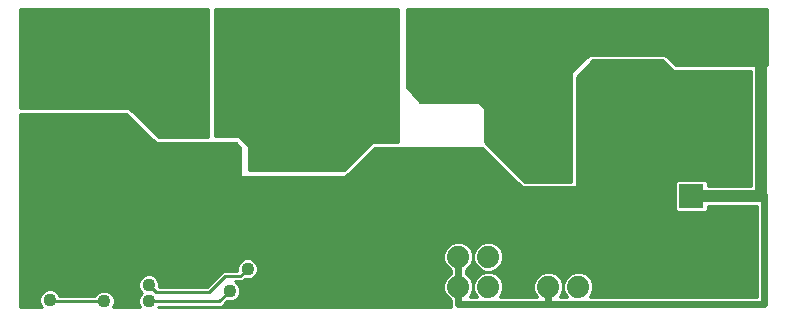
<source format=gbl>
G75*
G70*
%OFA0B0*%
%FSLAX24Y24*%
%IPPOS*%
%LPD*%
%AMOC8*
5,1,8,0,0,1.08239X$1,22.5*
%
%ADD10R,0.0827X0.0827*%
%ADD11C,0.0594*%
%ADD12C,0.0740*%
%ADD13C,0.0100*%
%ADD14C,0.0436*%
%ADD15C,0.0400*%
%ADD16C,0.0240*%
D10*
X005967Y011065D03*
X005967Y013065D03*
X025769Y013606D03*
X025769Y011606D03*
X025769Y008783D03*
X025769Y006783D03*
D11*
X021060Y007931D03*
X021060Y009899D03*
X022543Y012304D03*
X021151Y013696D03*
D12*
X018995Y006751D03*
X017995Y006751D03*
X017995Y005751D03*
X018995Y005751D03*
X019995Y005751D03*
X020995Y005751D03*
X021995Y005751D03*
X016995Y005751D03*
X016995Y006751D03*
D13*
X003395Y005079D02*
X003395Y011523D01*
X006936Y011523D01*
X007920Y010539D01*
X010578Y010539D01*
X010725Y010391D01*
X010725Y009407D01*
X014219Y009407D01*
X015204Y010391D01*
X018796Y010391D01*
X020125Y009063D01*
X021946Y009063D01*
X021946Y012754D01*
X022487Y013295D01*
X024800Y013295D01*
X025145Y012950D01*
X027767Y012950D01*
X027767Y009113D01*
X026312Y009113D01*
X026312Y009250D01*
X026236Y009327D01*
X025301Y009327D01*
X025225Y009250D01*
X025225Y008316D01*
X025301Y008240D01*
X026236Y008240D01*
X026312Y008316D01*
X026312Y008453D01*
X027946Y008453D01*
X027946Y005425D01*
X022376Y005425D01*
X022419Y005468D01*
X022495Y005652D01*
X022495Y005851D01*
X022419Y006035D01*
X022278Y006175D01*
X022094Y006251D01*
X021896Y006251D01*
X021712Y006175D01*
X021571Y006035D01*
X021495Y005851D01*
X021419Y006035D01*
X021278Y006175D01*
X021094Y006251D01*
X020896Y006251D01*
X020712Y006175D01*
X020571Y006035D01*
X020495Y005851D01*
X020495Y005652D01*
X020571Y005468D01*
X020615Y005425D01*
X019376Y005425D01*
X019419Y005468D01*
X019495Y005652D01*
X019495Y005851D01*
X019419Y006035D01*
X019278Y006175D01*
X019094Y006251D01*
X018896Y006251D01*
X018712Y006175D01*
X018571Y006035D01*
X018495Y005851D01*
X018419Y006035D01*
X018278Y006175D01*
X018245Y006189D01*
X018245Y006314D01*
X018278Y006328D01*
X018419Y006468D01*
X018495Y006652D01*
X018495Y006851D01*
X018419Y007035D01*
X018278Y007175D01*
X018094Y007251D01*
X017896Y007251D01*
X017712Y007175D01*
X017571Y007035D01*
X017495Y006851D01*
X017495Y006652D01*
X017571Y006468D01*
X017712Y006328D01*
X017745Y006314D01*
X017745Y006189D01*
X017712Y006175D01*
X017571Y006035D01*
X017495Y005851D01*
X017495Y005652D01*
X017571Y005468D01*
X017712Y005328D01*
X017745Y005314D01*
X017745Y005125D01*
X017764Y005079D01*
X007970Y005079D01*
X007976Y005093D01*
X010111Y005093D01*
X010216Y005199D01*
X010294Y005277D01*
X010312Y005270D01*
X010450Y005270D01*
X010578Y005323D01*
X017723Y005323D01*
X017745Y005224D02*
X010242Y005224D01*
X010143Y005126D02*
X017745Y005126D01*
X017618Y005421D02*
X010676Y005421D01*
X010729Y005549D01*
X010729Y005687D01*
X010676Y005815D01*
X010578Y005913D01*
X010537Y005930D01*
X010800Y005930D01*
X010885Y006015D01*
X010902Y006008D01*
X011041Y006008D01*
X011169Y006061D01*
X011267Y006159D01*
X011320Y006287D01*
X011320Y006425D01*
X011267Y006553D01*
X011169Y006651D01*
X011041Y006704D01*
X010902Y006704D01*
X010774Y006651D01*
X010676Y006553D01*
X010623Y006425D01*
X010623Y006290D01*
X010159Y006290D01*
X010053Y006184D01*
X009617Y005749D01*
X008022Y005749D01*
X008022Y005884D01*
X007969Y006012D01*
X007871Y006110D01*
X007743Y006163D01*
X007605Y006163D01*
X007477Y006110D01*
X007379Y006012D01*
X007326Y005884D01*
X007326Y005745D01*
X007379Y005617D01*
X007453Y005544D01*
X007379Y005470D01*
X007326Y005343D01*
X007326Y005204D01*
X007378Y005079D01*
X006494Y005079D01*
X006546Y005204D01*
X006546Y005343D01*
X006493Y005470D01*
X006395Y005568D01*
X006267Y005621D01*
X006129Y005621D01*
X006001Y005568D01*
X005903Y005470D01*
X005896Y005453D01*
X004700Y005453D01*
X004672Y005520D01*
X005952Y005520D01*
X006121Y005618D02*
X004572Y005618D01*
X004574Y005618D02*
X004446Y005671D01*
X004308Y005671D01*
X004180Y005618D01*
X004082Y005520D01*
X003395Y005520D01*
X003395Y005618D02*
X004181Y005618D01*
X004082Y005520D02*
X004029Y005392D01*
X004029Y005253D01*
X004082Y005125D01*
X004128Y005079D01*
X003395Y005079D01*
X003395Y005126D02*
X004082Y005126D01*
X004041Y005224D02*
X003395Y005224D01*
X003395Y005323D02*
X004029Y005323D01*
X004041Y005421D02*
X003395Y005421D01*
X003395Y005717D02*
X007338Y005717D01*
X007326Y005815D02*
X003395Y005815D01*
X003395Y005914D02*
X007338Y005914D01*
X007380Y006012D02*
X003395Y006012D01*
X003395Y006111D02*
X007480Y006111D01*
X007674Y005815D02*
X007920Y005569D01*
X009692Y005569D01*
X010233Y006110D01*
X010725Y006110D01*
X010971Y006356D01*
X010726Y006603D02*
X003395Y006603D01*
X003395Y006505D02*
X010656Y006505D01*
X010623Y006406D02*
X003395Y006406D01*
X003395Y006308D02*
X010623Y006308D01*
X010882Y006012D02*
X010891Y006012D01*
X011051Y006012D02*
X017562Y006012D01*
X017521Y005914D02*
X010576Y005914D01*
X010676Y005815D02*
X017495Y005815D01*
X017495Y005717D02*
X010717Y005717D01*
X010729Y005618D02*
X017509Y005618D01*
X017550Y005520D02*
X010717Y005520D01*
X010676Y005421D02*
X010578Y005323D01*
X010381Y005618D02*
X010036Y005273D01*
X007674Y005273D01*
X007358Y005126D02*
X006513Y005126D01*
X006546Y005224D02*
X007326Y005224D01*
X007326Y005323D02*
X006546Y005323D01*
X006513Y005421D02*
X007359Y005421D01*
X007428Y005520D02*
X006444Y005520D01*
X006275Y005618D02*
X007379Y005618D01*
X008022Y005815D02*
X009684Y005815D01*
X009783Y005914D02*
X008010Y005914D01*
X007969Y006012D02*
X009881Y006012D01*
X009980Y006111D02*
X007869Y006111D01*
X006198Y005273D02*
X004426Y005273D01*
X004377Y005323D01*
X004672Y005520D02*
X004574Y005618D01*
X003395Y006209D02*
X010078Y006209D01*
X010897Y006702D02*
X003395Y006702D01*
X003395Y006800D02*
X017495Y006800D01*
X017495Y006702D02*
X011046Y006702D01*
X011216Y006603D02*
X017515Y006603D01*
X017556Y006505D02*
X011287Y006505D01*
X011320Y006406D02*
X017633Y006406D01*
X017745Y006308D02*
X011320Y006308D01*
X011287Y006209D02*
X017745Y006209D01*
X017647Y006111D02*
X011219Y006111D01*
X011464Y006405D02*
X011660Y006405D01*
X010725Y009460D02*
X003395Y009460D01*
X003395Y009558D02*
X010725Y009558D01*
X010725Y009657D02*
X003395Y009657D01*
X003395Y009755D02*
X010725Y009755D01*
X010725Y009854D02*
X003395Y009854D01*
X003395Y009952D02*
X010725Y009952D01*
X010725Y010051D02*
X003395Y010051D01*
X003395Y010149D02*
X010725Y010149D01*
X010725Y010248D02*
X003395Y010248D01*
X003395Y010346D02*
X010725Y010346D01*
X010672Y010445D02*
X003395Y010445D01*
X003395Y010543D02*
X007916Y010543D01*
X007817Y010642D02*
X003395Y010642D01*
X003395Y010740D02*
X007719Y010740D01*
X007620Y010839D02*
X003395Y010839D01*
X003395Y010937D02*
X007522Y010937D01*
X007423Y011036D02*
X003395Y011036D01*
X003395Y011134D02*
X007325Y011134D01*
X007226Y011233D02*
X003395Y011233D01*
X003395Y011331D02*
X007128Y011331D01*
X007029Y011430D02*
X003395Y011430D01*
X003395Y011720D02*
X003395Y015015D01*
X009643Y015015D01*
X009643Y010736D01*
X008019Y010736D01*
X007034Y011720D01*
X003395Y011720D01*
X003395Y011725D02*
X009643Y011725D01*
X009643Y011627D02*
X007128Y011627D01*
X007226Y011528D02*
X009643Y011528D01*
X009643Y011430D02*
X007325Y011430D01*
X007423Y011331D02*
X009643Y011331D01*
X009643Y011233D02*
X007522Y011233D01*
X007620Y011134D02*
X009643Y011134D01*
X009643Y011036D02*
X007719Y011036D01*
X007817Y010937D02*
X009643Y010937D01*
X009643Y010839D02*
X007916Y010839D01*
X008014Y010740D02*
X009643Y010740D01*
X009889Y010785D02*
X009889Y015015D01*
X015991Y015015D01*
X015991Y010588D01*
X015105Y010588D01*
X014170Y009653D01*
X011021Y009653D01*
X011021Y010441D01*
X010676Y010785D01*
X009889Y010785D01*
X009889Y010839D02*
X015991Y010839D01*
X015991Y010937D02*
X009889Y010937D01*
X009889Y011036D02*
X015991Y011036D01*
X015991Y011134D02*
X009889Y011134D01*
X009889Y011233D02*
X015991Y011233D01*
X015991Y011331D02*
X009889Y011331D01*
X009889Y011430D02*
X015991Y011430D01*
X015991Y011528D02*
X009889Y011528D01*
X009889Y011627D02*
X015991Y011627D01*
X015991Y011725D02*
X009889Y011725D01*
X009889Y011824D02*
X015991Y011824D01*
X015991Y011922D02*
X009889Y011922D01*
X009889Y012021D02*
X015991Y012021D01*
X015991Y012119D02*
X009889Y012119D01*
X009889Y012218D02*
X015991Y012218D01*
X015991Y012316D02*
X009889Y012316D01*
X009889Y012415D02*
X015991Y012415D01*
X015991Y012513D02*
X009889Y012513D01*
X009889Y012612D02*
X015991Y012612D01*
X015991Y012710D02*
X009889Y012710D01*
X009889Y012809D02*
X015991Y012809D01*
X015991Y012907D02*
X009889Y012907D01*
X009889Y013006D02*
X015991Y013006D01*
X015991Y013104D02*
X009889Y013104D01*
X009889Y013203D02*
X015991Y013203D01*
X015991Y013301D02*
X009889Y013301D01*
X009889Y013400D02*
X015991Y013400D01*
X015991Y013498D02*
X009889Y013498D01*
X009889Y013597D02*
X015991Y013597D01*
X015991Y013695D02*
X009889Y013695D01*
X009889Y013794D02*
X015991Y013794D01*
X015991Y013892D02*
X009889Y013892D01*
X009889Y013991D02*
X015991Y013991D01*
X015991Y014089D02*
X009889Y014089D01*
X009889Y014188D02*
X015991Y014188D01*
X015991Y014286D02*
X009889Y014286D01*
X009889Y014385D02*
X015991Y014385D01*
X015991Y014483D02*
X009889Y014483D01*
X009889Y014582D02*
X015991Y014582D01*
X015991Y014680D02*
X009889Y014680D01*
X009889Y014779D02*
X015991Y014779D01*
X015991Y014877D02*
X009889Y014877D01*
X009889Y014976D02*
X015991Y014976D01*
X016286Y014976D02*
X028292Y014976D01*
X028292Y015015D02*
X028292Y013147D01*
X025243Y013147D01*
X024899Y013492D01*
X022340Y013492D01*
X021749Y012901D01*
X021749Y009260D01*
X020223Y009260D01*
X018895Y010588D01*
X018895Y011720D01*
X018698Y011917D01*
X016729Y011917D01*
X016286Y012409D01*
X016286Y015015D01*
X028292Y015015D01*
X028292Y014877D02*
X016286Y014877D01*
X016286Y014779D02*
X028292Y014779D01*
X028292Y014680D02*
X016286Y014680D01*
X016286Y014582D02*
X028292Y014582D01*
X028292Y014483D02*
X016286Y014483D01*
X016286Y014385D02*
X028292Y014385D01*
X028292Y014286D02*
X016286Y014286D01*
X016286Y014188D02*
X028292Y014188D01*
X028292Y014089D02*
X016286Y014089D01*
X016286Y013991D02*
X028292Y013991D01*
X028292Y013892D02*
X016286Y013892D01*
X016286Y013794D02*
X028292Y013794D01*
X028292Y013695D02*
X016286Y013695D01*
X016286Y013597D02*
X028292Y013597D01*
X028292Y013498D02*
X016286Y013498D01*
X016286Y013400D02*
X022248Y013400D01*
X022149Y013301D02*
X016286Y013301D01*
X016286Y013203D02*
X022051Y013203D01*
X021952Y013104D02*
X016286Y013104D01*
X016286Y013006D02*
X021854Y013006D01*
X021755Y012907D02*
X016286Y012907D01*
X016286Y012809D02*
X021749Y012809D01*
X021749Y012710D02*
X016286Y012710D01*
X016286Y012612D02*
X021749Y012612D01*
X021749Y012513D02*
X016286Y012513D01*
X016286Y012415D02*
X021749Y012415D01*
X021749Y012316D02*
X016370Y012316D01*
X016459Y012218D02*
X021749Y012218D01*
X021749Y012119D02*
X016547Y012119D01*
X016636Y012021D02*
X021749Y012021D01*
X021749Y011922D02*
X016724Y011922D01*
X015991Y010740D02*
X010721Y010740D01*
X010819Y010642D02*
X015991Y010642D01*
X015159Y010346D02*
X018841Y010346D01*
X018940Y010248D02*
X015060Y010248D01*
X014962Y010149D02*
X019038Y010149D01*
X019137Y010051D02*
X014863Y010051D01*
X014765Y009952D02*
X019235Y009952D01*
X019334Y009854D02*
X014666Y009854D01*
X014568Y009755D02*
X019432Y009755D01*
X019531Y009657D02*
X014469Y009657D01*
X014371Y009558D02*
X019629Y009558D01*
X019728Y009460D02*
X014272Y009460D01*
X014174Y009657D02*
X011021Y009657D01*
X011021Y009755D02*
X014272Y009755D01*
X014371Y009854D02*
X011021Y009854D01*
X011021Y009952D02*
X014469Y009952D01*
X014568Y010051D02*
X011021Y010051D01*
X011021Y010149D02*
X014666Y010149D01*
X014765Y010248D02*
X011021Y010248D01*
X011021Y010346D02*
X014863Y010346D01*
X014962Y010445D02*
X011016Y010445D01*
X010918Y010543D02*
X015060Y010543D01*
X018895Y010642D02*
X021749Y010642D01*
X021749Y010740D02*
X018895Y010740D01*
X018895Y010839D02*
X021749Y010839D01*
X021749Y010937D02*
X018895Y010937D01*
X018895Y011036D02*
X021749Y011036D01*
X021749Y011134D02*
X018895Y011134D01*
X018895Y011233D02*
X021749Y011233D01*
X021749Y011331D02*
X018895Y011331D01*
X018895Y011430D02*
X021749Y011430D01*
X021749Y011528D02*
X018895Y011528D01*
X018895Y011627D02*
X021749Y011627D01*
X021749Y011725D02*
X018889Y011725D01*
X018791Y011824D02*
X021749Y011824D01*
X021946Y011824D02*
X027767Y011824D01*
X027767Y011922D02*
X021946Y011922D01*
X021946Y012021D02*
X027767Y012021D01*
X027767Y012119D02*
X021946Y012119D01*
X021946Y012218D02*
X027767Y012218D01*
X027767Y012316D02*
X021946Y012316D01*
X021946Y012415D02*
X027767Y012415D01*
X027767Y012513D02*
X021946Y012513D01*
X021946Y012612D02*
X027767Y012612D01*
X027767Y012710D02*
X021946Y012710D01*
X022001Y012809D02*
X027767Y012809D01*
X027767Y012907D02*
X022100Y012907D01*
X022198Y013006D02*
X025089Y013006D01*
X024991Y013104D02*
X022297Y013104D01*
X022395Y013203D02*
X024892Y013203D01*
X024991Y013400D02*
X028292Y013400D01*
X028292Y013301D02*
X025089Y013301D01*
X025188Y013203D02*
X028292Y013203D01*
X027767Y011725D02*
X021946Y011725D01*
X021946Y011627D02*
X027767Y011627D01*
X027767Y011528D02*
X021946Y011528D01*
X021946Y011430D02*
X027767Y011430D01*
X027767Y011331D02*
X021946Y011331D01*
X021946Y011233D02*
X027767Y011233D01*
X027767Y011134D02*
X021946Y011134D01*
X021946Y011036D02*
X027767Y011036D01*
X027767Y010937D02*
X021946Y010937D01*
X021946Y010839D02*
X027767Y010839D01*
X027767Y010740D02*
X021946Y010740D01*
X021946Y010642D02*
X027767Y010642D01*
X027767Y010543D02*
X021946Y010543D01*
X021946Y010445D02*
X027767Y010445D01*
X027767Y010346D02*
X021946Y010346D01*
X021946Y010248D02*
X027767Y010248D01*
X027767Y010149D02*
X021946Y010149D01*
X021946Y010051D02*
X027767Y010051D01*
X027767Y009952D02*
X021946Y009952D01*
X021946Y009854D02*
X027767Y009854D01*
X027767Y009755D02*
X021946Y009755D01*
X021946Y009657D02*
X027767Y009657D01*
X027767Y009558D02*
X021946Y009558D01*
X021946Y009460D02*
X027767Y009460D01*
X027767Y009361D02*
X021946Y009361D01*
X021946Y009263D02*
X025238Y009263D01*
X025225Y009164D02*
X021946Y009164D01*
X021946Y009066D02*
X025225Y009066D01*
X025225Y008967D02*
X003395Y008967D01*
X003395Y008869D02*
X025225Y008869D01*
X025225Y008770D02*
X003395Y008770D01*
X003395Y008672D02*
X025225Y008672D01*
X025225Y008573D02*
X003395Y008573D01*
X003395Y008475D02*
X025225Y008475D01*
X025225Y008376D02*
X003395Y008376D01*
X003395Y008278D02*
X025263Y008278D01*
X026274Y008278D02*
X027946Y008278D01*
X027946Y008376D02*
X026312Y008376D01*
X026312Y009164D02*
X027767Y009164D01*
X027767Y009263D02*
X026300Y009263D01*
X027946Y008179D02*
X003395Y008179D01*
X003395Y008081D02*
X027946Y008081D01*
X027946Y007982D02*
X003395Y007982D01*
X003395Y007884D02*
X027946Y007884D01*
X027946Y007785D02*
X003395Y007785D01*
X003395Y007687D02*
X027946Y007687D01*
X027946Y007588D02*
X003395Y007588D01*
X003395Y007490D02*
X027946Y007490D01*
X027946Y007391D02*
X003395Y007391D01*
X003395Y007293D02*
X027946Y007293D01*
X027946Y007194D02*
X019232Y007194D01*
X019278Y007175D02*
X019094Y007251D01*
X018896Y007251D01*
X018712Y007175D01*
X018571Y007035D01*
X018495Y006851D01*
X018495Y006652D01*
X018571Y006468D01*
X018712Y006328D01*
X018896Y006251D01*
X019094Y006251D01*
X019278Y006328D01*
X019419Y006468D01*
X019495Y006652D01*
X019495Y006851D01*
X019419Y007035D01*
X019278Y007175D01*
X019358Y007096D02*
X027946Y007096D01*
X027946Y006997D02*
X019434Y006997D01*
X019475Y006899D02*
X027946Y006899D01*
X027946Y006800D02*
X019495Y006800D01*
X019495Y006702D02*
X027946Y006702D01*
X027946Y006603D02*
X019475Y006603D01*
X019434Y006505D02*
X027946Y006505D01*
X027946Y006406D02*
X019357Y006406D01*
X019231Y006308D02*
X027946Y006308D01*
X027946Y006209D02*
X022196Y006209D01*
X022343Y006111D02*
X027946Y006111D01*
X027946Y006012D02*
X022428Y006012D01*
X022469Y005914D02*
X027946Y005914D01*
X027946Y005815D02*
X022495Y005815D01*
X022495Y005717D02*
X027946Y005717D01*
X027946Y005618D02*
X022481Y005618D01*
X022440Y005520D02*
X027946Y005520D01*
X021794Y006209D02*
X021196Y006209D01*
X021343Y006111D02*
X021647Y006111D01*
X021562Y006012D02*
X021428Y006012D01*
X021469Y005914D02*
X021521Y005914D01*
X021495Y005851D02*
X021495Y005652D01*
X021419Y005468D01*
X021376Y005425D01*
X021615Y005425D01*
X021571Y005468D01*
X021495Y005652D01*
X021495Y005851D01*
X021495Y005815D02*
X021495Y005815D01*
X021495Y005717D02*
X021495Y005717D01*
X021481Y005618D02*
X021509Y005618D01*
X021550Y005520D02*
X021440Y005520D01*
X020550Y005520D02*
X019440Y005520D01*
X019481Y005618D02*
X020509Y005618D01*
X020495Y005717D02*
X019495Y005717D01*
X019495Y005815D02*
X020495Y005815D01*
X020521Y005914D02*
X019469Y005914D01*
X019428Y006012D02*
X020562Y006012D01*
X020647Y006111D02*
X019343Y006111D01*
X019196Y006209D02*
X020794Y006209D01*
X018794Y006209D02*
X018245Y006209D01*
X018245Y006308D02*
X018759Y006308D01*
X018633Y006406D02*
X018357Y006406D01*
X018434Y006505D02*
X018556Y006505D01*
X018515Y006603D02*
X018475Y006603D01*
X018495Y006702D02*
X018495Y006702D01*
X018495Y006800D02*
X018495Y006800D01*
X018475Y006899D02*
X018515Y006899D01*
X018556Y006997D02*
X018434Y006997D01*
X018358Y007096D02*
X018632Y007096D01*
X018758Y007194D02*
X018232Y007194D01*
X017758Y007194D02*
X003395Y007194D01*
X003395Y007096D02*
X017632Y007096D01*
X017556Y006997D02*
X003395Y006997D01*
X003395Y006899D02*
X017515Y006899D01*
X018343Y006111D02*
X018647Y006111D01*
X018562Y006012D02*
X018428Y006012D01*
X018469Y005914D02*
X018521Y005914D01*
X018495Y005851D02*
X018495Y005652D01*
X018419Y005468D01*
X018376Y005425D01*
X018615Y005425D01*
X018571Y005468D01*
X018495Y005652D01*
X018495Y005851D01*
X018495Y005815D02*
X018495Y005815D01*
X018495Y005717D02*
X018495Y005717D01*
X018481Y005618D02*
X018509Y005618D01*
X018550Y005520D02*
X018440Y005520D01*
X020122Y009066D02*
X003395Y009066D01*
X003395Y009164D02*
X020023Y009164D01*
X019925Y009263D02*
X003395Y009263D01*
X003395Y009361D02*
X019826Y009361D01*
X020023Y009460D02*
X021749Y009460D01*
X021749Y009558D02*
X019925Y009558D01*
X019826Y009657D02*
X021749Y009657D01*
X021749Y009755D02*
X019728Y009755D01*
X019629Y009854D02*
X021749Y009854D01*
X021749Y009952D02*
X019531Y009952D01*
X019432Y010051D02*
X021749Y010051D01*
X021749Y010149D02*
X019334Y010149D01*
X019235Y010248D02*
X021749Y010248D01*
X021749Y010346D02*
X019137Y010346D01*
X019038Y010445D02*
X021749Y010445D01*
X021749Y010543D02*
X018940Y010543D01*
X020122Y009361D02*
X021749Y009361D01*
X021749Y009263D02*
X020220Y009263D01*
X009643Y011824D02*
X003395Y011824D01*
X003395Y011922D02*
X009643Y011922D01*
X009643Y012021D02*
X003395Y012021D01*
X003395Y012119D02*
X009643Y012119D01*
X009643Y012218D02*
X003395Y012218D01*
X003395Y012316D02*
X009643Y012316D01*
X009643Y012415D02*
X003395Y012415D01*
X003395Y012513D02*
X009643Y012513D01*
X009643Y012612D02*
X003395Y012612D01*
X003395Y012710D02*
X009643Y012710D01*
X009643Y012809D02*
X003395Y012809D01*
X003395Y012907D02*
X009643Y012907D01*
X009643Y013006D02*
X003395Y013006D01*
X003395Y013104D02*
X009643Y013104D01*
X009643Y013203D02*
X003395Y013203D01*
X003395Y013301D02*
X009643Y013301D01*
X009643Y013400D02*
X003395Y013400D01*
X003395Y013498D02*
X009643Y013498D01*
X009643Y013597D02*
X003395Y013597D01*
X003395Y013695D02*
X009643Y013695D01*
X009643Y013794D02*
X003395Y013794D01*
X003395Y013892D02*
X009643Y013892D01*
X009643Y013991D02*
X003395Y013991D01*
X003395Y014089D02*
X009643Y014089D01*
X009643Y014188D02*
X003395Y014188D01*
X003395Y014286D02*
X009643Y014286D01*
X009643Y014385D02*
X003395Y014385D01*
X003395Y014483D02*
X009643Y014483D01*
X009643Y014582D02*
X003395Y014582D01*
X003395Y014680D02*
X009643Y014680D01*
X009643Y014779D02*
X003395Y014779D01*
X003395Y014877D02*
X009643Y014877D01*
X009643Y014976D02*
X003395Y014976D01*
D14*
X003737Y014673D03*
X004967Y014771D03*
X004967Y014082D03*
X003688Y013246D03*
X003688Y012212D03*
X004820Y012163D03*
X006493Y014082D03*
X006493Y014771D03*
X007625Y014771D03*
X007625Y014033D03*
X007625Y012950D03*
X007576Y011819D03*
X007969Y010047D03*
X008560Y008915D03*
X007822Y008275D03*
X007133Y008964D03*
X005903Y009309D03*
X005903Y008078D03*
X006542Y007389D03*
X005903Y006454D03*
X006198Y005273D03*
X007674Y005273D03*
X007674Y005815D03*
X010381Y005618D03*
X010971Y006356D03*
X011660Y006405D03*
X012694Y006356D03*
X013481Y007045D03*
X014219Y006405D03*
X014121Y005519D03*
X015253Y005962D03*
X015499Y006750D03*
X015499Y007488D03*
X014466Y007488D03*
X017221Y007439D03*
X018550Y007488D03*
X020174Y006750D03*
X021158Y006553D03*
X021651Y007488D03*
X022487Y007439D03*
X021897Y008275D03*
X022536Y009604D03*
X023225Y010342D03*
X024702Y011425D03*
X022733Y011720D03*
X021011Y011671D03*
X020519Y012311D03*
X020716Y012852D03*
X019288Y011720D03*
X019534Y011130D03*
X018944Y009752D03*
X019288Y008817D03*
X023717Y007488D03*
X024702Y007193D03*
X025538Y007734D03*
X024554Y006208D03*
X024997Y005667D03*
X027359Y007537D03*
X028097Y008817D03*
X026523Y009604D03*
X027556Y011769D03*
X026916Y013836D03*
X024751Y014132D03*
X023668Y014181D03*
X021847Y014624D03*
X020469Y014132D03*
X016483Y014328D03*
X016483Y013787D03*
X016483Y013197D03*
X016483Y012655D03*
X012940Y009801D03*
X012399Y009801D03*
X011906Y010637D03*
X011365Y010637D03*
X010233Y011031D03*
X010233Y011622D03*
X010233Y012212D03*
X010233Y012852D03*
X010233Y013492D03*
X010233Y014082D03*
X010233Y014722D03*
X004377Y005323D03*
D15*
X025769Y008783D02*
X028097Y008783D01*
X028097Y008817D01*
X028097Y013606D01*
X025769Y013606D01*
D16*
X028097Y008817D02*
X028196Y008817D01*
X028196Y005175D01*
X020995Y005175D01*
X020995Y005751D01*
X020995Y005175D02*
X017995Y005175D01*
X017995Y006750D01*
M02*

</source>
